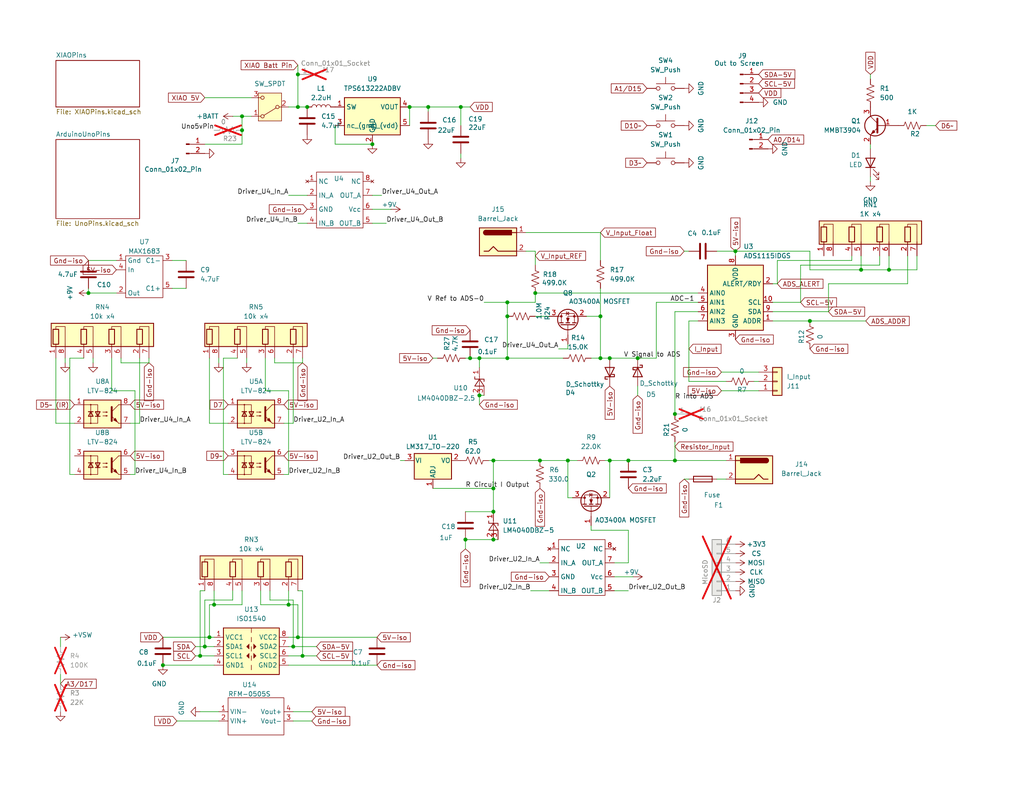
<source format=kicad_sch>
(kicad_sch (version 20250114) (generator "eeschema") (generator_version "9.0")
  (paper "USLetter")
  (title_block (title "Arduino Uno DMM Shield") (date "2025-02-22") (rev "1A") (company "Nick Mann"))
  (junction (at 163.83 97.79))
  (junction (at 116.84 29.21))
  (junction (at 125.73 29.21))
  (junction (at 127 147.32))
  (junction (at 130.81 107.95))
  (junction (at 173.99 97.79))
  (junction (at -105.41 110.49))
  (junction (at 147.32 125.73))
  (junction (at 134.62 139.7))
  (junction (at 130.81 97.79))
  (junction (at 58.42 165.1))
  (junction (at -62.23 97.79))
  (junction (at 101.6 39.37))
  (junction (at 134.62 147.32))
  (junction (at 134.62 133.35))
  (junction (at 78.74 165.1))
  (junction (at 220.98 87.63))
  (junction (at 184.15 125.73))
  (junction (at 242.57 73.66))
  (junction (at 81.28 173.99))
  (junction (at 234.95 73.66))
  (junction (at 128.27 97.79))
  (junction (at 57.15 173.99))
  (junction (at 154.94 125.73))
  (junction (at 81.28 20.32))
  (junction (at -105.41 100.33))
  (junction (at -48.26 97.79))
  (junction (at 138.43 86.36))
  (junction (at 134.62 125.73))
  (junction (at 111.76 29.21))
  (junction (at 55.88 176.53))
  (junction (at 200.66 68.58))
  (junction (at 66.04 31.75))
  (junction (at 44.45 181.61))
  (junction (at 138.43 82.55))
  (junction (at 163.83 86.36))
  (junction (at -104.14 92.71))
  (junction (at 166.37 125.73))
  (junction (at 54.61 179.07))
  (junction (at 171.45 125.73))
  (junction (at -114.3 110.49))
  (junction (at 81.28 29.21))
  (junction (at 184.15 113.03))
  (junction (at 66.04 35.56))
  (junction (at 166.37 97.79))
  (junction (at 24.13 80.01))
  (junction (at 83.82 29.21))
  (junction (at -62.23 107.95))
  (junction (at 82.55 179.07))
  (junction (at 80.01 176.53))
  (junction (at 138.43 97.79))
  (junction (at 146.05 80.01))
  (junction (at -114.3 100.33))
  (wire (pts (xy 210.82 85.09) (xy 226.06 85.09)))
  (wire (pts (xy 54.61 179.07) (xy 58.42 179.07)))
  (wire (pts (xy 53.34 176.53) (xy 55.88 176.53)))
  (wire (pts (xy 116.84 29.21) (xy 116.84 30.48)))
  (wire (pts (xy 81.28 161.29) (xy 82.55 161.29)))
  (wire (pts (xy 22.86 97.79) (xy 19.05 97.79)))
  (wire (pts (xy 237.49 48.26) (xy 237.49 49.53)))
  (wire (pts (xy 237.49 20.32) (xy 237.49 21.59)))
  (wire (pts (xy 36.83 129.54) (xy 35.56 129.54)))
  (wire (pts (xy 78.74 181.61) (xy 102.87 181.61)))
  (wire (pts (xy 44.45 181.61) (xy 58.42 181.61)))
  (wire (pts (xy 163.83 63.5) (xy 143.51 63.5)))
  (wire (pts (xy 82.55 97.79) (xy 82.55 99.06)))
  (wire (pts (xy 59.69 97.79) (xy 59.69 99.06)))
  (wire (pts (xy 220.98 68.58) (xy 220.98 73.66)))
  (wire (pts (xy 16.51 173.99) (xy 16.51 176.53)))
  (wire (pts (xy 105.41 60.96) (xy 101.6 60.96)))
  (wire (pts (xy 146.05 68.58) (xy 143.51 68.58)))
  (wire (pts (xy 60.96 129.54) (xy 62.23 129.54)))
  (wire (pts (xy 237.49 40.64) (xy 237.49 39.37)))
  (wire (pts (xy 63.5 163.83) (xy 63.5 161.29)))
  (wire (pts (xy 57.15 115.57) (xy 57.15 97.79)))
  (wire (pts (xy 80.01 163.83) (xy 73.66 163.83)))
  (wire (pts (xy 73.66 161.29) (xy 73.66 163.83)))
  (wire (pts (xy 55.88 39.37) (xy 66.04 39.37)))
  (wire (pts (xy 226.06 77.47) (xy 247.65 77.47)))
  (wire (pts (xy 38.1 115.57) (xy 38.1 97.79)))
  (wire (pts (xy 171.45 125.73) (xy 184.15 125.73)))
  (wire (pts (xy -123.19 110.49) (xy -114.3 110.49)))
  (wire (pts (xy 138.43 86.36) (xy 138.43 97.79)))
  (wire (pts (xy 78.74 106.68) (xy 78.74 129.54)))
  (wire (pts (xy 66.04 165.1) (xy 58.42 165.1)))
  (wire (pts (xy 67.31 97.79) (xy 67.31 99.06)))
  (wire (pts (xy 127 97.79) (xy 128.27 97.79)))
  (wire (pts (xy 25.4 97.79) (xy 25.4 99.06)))
  (wire (pts (xy 130.81 107.95) (xy 132.08 107.95)))
  (wire (pts (xy 161.29 144.78) (xy 161.29 143.51)))
  (wire (pts (xy 198.12 104.14) (xy 187.96 104.14)))
  (wire (pts (xy 78.74 165.1) (xy 71.12 165.1)))
  (wire (pts (xy 24.13 71.12) (xy 31.75 71.12)))
  (wire (pts (xy 212.09 77.47) (xy 210.82 77.47)))
  (wire (pts (xy 118.11 133.35) (xy 134.62 133.35)))
  (wire (pts (xy 163.83 97.79) (xy 166.37 97.79)))
  (wire (pts (xy 240.03 69.85) (xy 240.03 72.39)))
  (wire (pts (xy 130.81 110.49) (xy 130.81 107.95)))
  (wire (pts (xy 161.29 97.79) (xy 163.83 97.79)))
  (wire (pts (xy 91.44 34.29) (xy 91.44 39.37)))
  (wire (pts (xy 80.01 176.53) (xy 80.01 163.83)))
  (wire (pts (xy 173.99 97.79) (xy 179.07 97.79)))
  (wire (pts (xy 81.28 60.96) (xy 83.82 60.96)))
  (wire (pts (xy 86.36 179.07) (xy 82.55 179.07)))
  (wire (pts (xy 54.61 194.31) (xy 59.69 194.31)))
  (wire (pts (xy 80.01 115.57) (xy 80.01 97.79)))
  (wire (pts (xy 74.93 97.79) (xy 74.93 99.06)))
  (wire (pts (xy -48.26 97.79) (xy -48.26 102.87)))
  (wire (pts (xy -62.23 97.79) (xy -48.26 97.79)))
  (wire (pts (xy 198.12 130.81) (xy 195.58 130.81)))
  (wire (pts (xy 36.83 106.68) (xy 36.83 129.54)))
  (wire (pts (xy 53.34 179.07) (xy 54.61 179.07)))
  (wire (pts (xy 66.04 35.56) (xy 66.04 31.75)))
  (wire (pts (xy 19.05 129.54) (xy 20.32 129.54)))
  (wire (pts (xy 55.88 176.53) (xy 55.88 163.83)))
  (wire (pts (xy 247.65 69.85) (xy 247.65 77.47)))
  (wire (pts (xy -104.14 97.79) (xy -105.41 97.79)))
  (wire (pts (xy 242.57 73.66) (xy 242.57 69.85)))
  (wire (pts (xy 187.96 87.63) (xy 187.96 104.14)))
  (wire (pts (xy 63.5 31.75) (xy 66.04 31.75)))
  (wire (pts (xy 77.47 115.57) (xy 80.01 115.57)))
  (wire (pts (xy 184.15 85.09) (xy 190.5 85.09)))
  (wire (pts (xy 82.55 179.07) (xy 78.74 179.07)))
  (wire (pts (xy 81.28 29.21) (xy 83.82 29.21)))
  (wire (pts (xy 111.76 29.21) (xy 111.76 34.29)))
  (wire (pts (xy 163.83 86.36) (xy 163.83 97.79)))
  (wire (pts (xy 134.62 133.35) (xy 134.62 139.7)))
  (wire (pts (xy 132.08 82.55) (xy 138.43 82.55)))
  (wire (pts (xy 80.01 194.31) (xy 85.09 194.31)))
  (wire (pts (xy 78.74 129.54) (xy 77.47 129.54)))
  (wire (pts (xy -68.58 107.95) (xy -62.23 107.95)))
  (wire (pts (xy 91.44 39.37) (xy 101.6 39.37)))
  (wire (pts (xy 200.66 68.58) (xy 200.66 69.85)))
  (wire (pts (xy 20.32 115.57) (xy 15.24 115.57)))
  (wire (pts (xy 138.43 97.79) (xy 153.67 97.79)))
  (wire (pts (xy 130.81 100.33) (xy 130.81 97.79)))
  (wire (pts (xy -105.41 97.79) (xy -105.41 100.33)))
  (wire (pts (xy 24.13 78.74) (xy 24.13 80.01)))
  (wire (pts (xy 81.28 20.32) (xy 81.28 29.21)))
  (wire (pts (xy 138.43 82.55) (xy 138.43 86.36)))
  (wire (pts (xy 81.28 173.99) (xy 81.28 165.1)))
  (wire (pts (xy 184.15 120.65) (xy 184.15 125.73)))
  (wire (pts (xy 144.78 161.29) (xy 149.86 161.29)))
  (wire (pts (xy 173.99 105.41) (xy 173.99 107.95)))
  (wire (pts (xy 109.22 125.73) (xy 110.49 125.73)))
  (wire (pts (xy -104.14 80.01) (xy -104.14 92.71)))
  (wire (pts (xy 146.05 80.01) (xy 190.5 80.01)))
  (wire (pts (xy 250.19 69.85) (xy 250.19 73.66)))
  (wire (pts (xy 184.15 85.09) (xy 184.15 113.03)))
  (wire (pts (xy 200.66 68.58) (xy 195.58 68.58)))
  (wire (pts (xy -110.49 92.71) (xy -104.14 92.71)))
  (wire (pts (xy 78.74 173.99) (xy 81.28 173.99)))
  (wire (pts (xy 147.32 153.67) (xy 149.86 153.67)))
  (wire (pts (xy 101.6 53.34) (xy 104.14 53.34)))
  (wire (pts (xy 116.84 29.21) (xy 125.73 29.21)))
  (wire (pts (xy 35.56 115.57) (xy 38.1 115.57)))
  (wire (pts (xy 186.69 130.81) (xy 187.96 130.81)))
  (wire (pts (xy 242.57 73.66) (xy 250.19 73.66)))
  (wire (pts (xy 125.73 29.21) (xy 128.27 29.21)))
  (wire (pts (xy 166.37 125.73) (xy 171.45 125.73)))
  (wire (pts (xy -114.3 110.49) (xy -114.3 109.22)))
  (wire (pts (xy 154.94 125.73) (xy 154.94 135.89)))
  (wire (pts (xy 19.05 97.79) (xy 19.05 129.54)))
  (wire (pts (xy 81.28 173.99) (xy 102.87 173.99)))
  (wire (pts (xy 154.94 95.25) (xy 154.94 93.98)))
  (wire (pts (xy 125.73 41.91) (xy 125.73 43.18)))
  (wire (pts (xy -91.44 80.01) (xy -104.14 80.01)))
  (wire (pts (xy 146.05 86.36) (xy 149.86 86.36)))
  (wire (pts (xy 125.73 29.21) (xy 125.73 34.29)))
  (wire (pts (xy 46.99 71.12) (xy 50.8 71.12)))
  (wire (pts (xy 252.73 34.29) (xy 255.27 34.29)))
  (wire (pts (xy 24.13 80.01) (xy 31.75 80.01)))
  (wire (pts (xy 46.99 78.74) (xy 50.8 78.74)))
  (wire (pts (xy 127 139.7) (xy 134.62 139.7)))
  (wire (pts (xy 207.01 104.14) (xy 205.74 104.14)))
  (wire (pts (xy 62.23 115.57) (xy 57.15 115.57)))
  (wire (pts (xy 78.74 161.29) (xy 78.74 165.1)))
  (wire (pts (xy 33.02 99.06) (xy 40.64 99.06)))
  (wire (pts (xy 119.38 97.79) (xy 118.11 97.79)))
  (wire (pts (xy -105.41 100.33) (xy -105.41 101.6)))
  (wire (pts (xy 187.96 68.58) (xy 186.69 68.58)))
  (wire (pts (xy -123.19 100.33) (xy -123.19 101.6)))
  (wire (pts (xy 57.15 165.1) (xy 57.15 173.99)))
  (wire (pts (xy 16.51 184.15) (xy 16.51 186.69)))
  (wire (pts (xy 187.96 87.63) (xy 190.5 87.63)))
  (wire (pts (xy 81.28 17.78) (xy 81.28 20.32)))
  (wire (pts (xy 30.48 97.79) (xy 30.48 106.68)))
  (wire (pts (xy 15.24 115.57) (xy 15.24 97.79)))
  (wire (pts (xy 130.81 97.79) (xy 128.27 97.79)))
  (wire (pts (xy 154.94 125.73) (xy 147.32 125.73)))
  (wire (pts (xy 80.01 196.85) (xy 85.09 196.85)))
  (wire (pts (xy 212.09 71.12) (xy 232.41 71.12)))
  (wire (pts (xy 154.94 125.73) (xy 157.48 125.73)))
  (wire (pts (xy 207.01 106.68) (xy 196.85 106.68)))
  (wire (pts (xy 179.07 82.55) (xy 179.07 97.79)))
  (wire (pts (xy -114.3 100.33) (xy -105.41 100.33)))
  (wire (pts (xy 81.28 165.1) (xy 78.74 165.1)))
  (wire (pts (xy -68.58 92.71) (xy -68.58 80.01)))
  (wire (pts (xy -62.23 107.95) (xy -59.69 107.95)))
  (wire (pts (xy 78.74 53.34) (xy 83.82 53.34)))
  (wire (pts (xy 134.62 125.73) (xy 147.32 125.73)))
  (wire (pts (xy 66.04 161.29) (xy 66.04 165.1)))
  (wire (pts (xy 54.61 179.07) (xy 54.61 161.29)))
  (wire (pts (xy 72.39 97.79) (xy 72.39 106.68)))
  (wire (pts (xy 138.43 82.55) (xy 146.05 82.55)))
  (wire (pts (xy 72.39 106.68) (xy 78.74 106.68)))
  (wire (pts (xy 218.44 72.39) (xy 240.03 72.39)))
  (wire (pts (xy 163.83 63.5) (xy 163.83 71.12)))
  (wire (pts (xy 66.04 39.37) (xy 66.04 35.56)))
  (wire (pts (xy 57.15 173.99) (xy 58.42 173.99)))
  (wire (pts (xy -68.58 97.79) (xy -62.23 97.79)))
  (wire (pts (xy -114.3 100.33) (xy -114.3 101.6)))
  (wire (pts (xy 160.02 86.36) (xy 163.83 86.36)))
  (wire (pts (xy 210.82 87.63) (xy 220.98 87.63)))
  (wire (pts (xy -68.58 80.01) (xy -83.82 80.01)))
  (wire (pts (xy 165.1 125.73) (xy 166.37 125.73)))
  (wire (pts (xy 146.05 80.01) (xy 146.05 82.55)))
  (wire (pts (xy -123.19 100.33) (xy -114.3 100.33)))
  (wire (pts (xy 220.98 73.66) (xy 234.95 73.66)))
  (wire (pts (xy 226.06 77.47) (xy 226.06 85.09)))
  (wire (pts (xy 220.98 87.63) (xy 236.22 87.63)))
  (wire (pts (xy 161.29 144.78) (xy 171.45 144.78)))
  (wire (pts (xy 17.78 97.79) (xy 17.78 99.06)))
  (wire (pts (xy 58.42 165.1) (xy 57.15 165.1)))
  (wire (pts (xy 33.02 97.79) (xy 33.02 99.06)))
  (wire (pts (xy 40.64 97.79) (xy 40.64 99.06)))
  (wire (pts (xy 55.88 26.67) (xy 68.58 26.67)))
  (wire (pts (xy 71.12 165.1) (xy 71.12 161.29)))
  (wire (pts (xy 48.26 196.85) (xy 59.69 196.85)))
  (wire (pts (xy 74.93 99.06) (xy 82.55 99.06)))
  (wire (pts (xy 207.01 101.6) (xy 196.85 101.6)))
  (wire (pts (xy 127 147.32) (xy 134.62 147.32)))
  (wire (pts (xy 54.61 161.29) (xy 55.88 161.29)))
  (wire (pts (xy -123.19 110.49) (xy -123.19 109.22)))
  (wire (pts (xy 212.09 71.12) (xy 212.09 77.47)))
  (wire (pts (xy 234.95 69.85) (xy 234.95 73.66)))
  (wire (pts (xy 171.45 144.78) (xy 171.45 153.67)))
  (wire (pts (xy -62.23 107.95) (xy -62.23 105.41)))
  (wire (pts (xy 154.94 135.89) (xy 156.21 135.89)))
  (wire (pts (xy 30.48 106.68) (xy 36.83 106.68)))
  (wire (pts (xy 44.45 173.99) (xy 57.15 173.99)))
  (wire (pts (xy 166.37 97.79) (xy 173.99 97.79)))
  (wire (pts (xy 166.37 125.73) (xy 166.37 135.89)))
  (wire (pts (xy 60.96 97.79) (xy 60.96 129.54)))
  (wire (pts (xy 179.07 82.55) (xy 190.5 82.55)))
  (wire (pts (xy 146.05 68.58) (xy 146.05 72.39)))
  (wire (pts (xy 134.62 133.35) (xy 134.62 125.73)))
  (wire (pts (xy 55.88 163.83) (xy 63.5 163.83)))
  (wire (pts (xy 78.74 29.21) (xy 81.28 29.21)))
  (wire (pts (xy 171.45 161.29) (xy 167.64 161.29)))
  (wire (pts (xy 172.72 157.48) (xy 167.64 157.48)))
  (wire (pts (xy 171.45 153.67) (xy 167.64 153.67)))
  (wire (pts (xy 200.66 68.58) (xy 220.98 68.58)))
  (wire (pts (xy 64.77 97.79) (xy 60.96 97.79)))
  (wire (pts (xy 111.76 29.21) (xy 116.84 29.21)))
  (wire (pts (xy 218.44 72.39) (xy 218.44 82.55)))
  (wire (pts (xy 82.55 161.29) (xy 82.55 179.07)))
  (wire (pts (xy 232.41 71.12) (xy 232.41 69.85)))
  (wire (pts (xy 55.88 176.53) (xy 58.42 176.53)))
  (wire (pts (xy 163.83 78.74) (xy 163.83 86.36)))
  (wire (pts (xy 184.15 125.73) (xy 198.12 125.73)))
  (wire (pts (xy 58.42 161.29) (xy 58.42 165.1)))
  (wire (pts (xy 80.01 176.53) (xy 78.74 176.53)))
  (wire (pts (xy 130.81 97.79) (xy 138.43 97.79)))
  (wire (pts (xy -114.3 110.49) (xy -105.41 110.49)))
  (wire (pts (xy 106.68 57.15) (xy 101.6 57.15)))
  (wire (pts (xy 134.62 147.32) (xy 135.89 147.32)))
  (wire (pts (xy 66.04 31.75) (xy 68.58 31.75)))
  (wire (pts (xy 210.82 82.55) (xy 218.44 82.55)))
  (wire (pts (xy 127 149.86) (xy 127 147.32)))
  (wire (pts (xy 234.95 73.66) (xy 242.57 73.66)))
  (wire (pts (xy -105.41 110.49) (xy -105.41 109.22)))
  (wire (pts (xy 86.36 176.53) (xy 80.01 176.53)))
  (wire (pts (xy 152.4 95.25) (xy 154.94 95.25)))
  (wire (pts (xy -105.41 116.84) (xy -105.41 110.49)))
  (wire (pts (xy 134.62 125.73) (xy 133.35 125.73)))
  (label "R Circuit I Output" (at 127 133.35 0))
  (label "Driver_U4_In_B" (at 36.83 129.54 0))
  (label "Driver_U2_In_A" (at 80.01 115.57 0))
  (label "Driver_U4_Out_A" (at 104.14 53.34 0))
  (label "Driver_U2_Out_B" (at 109.22 125.73 180))
  (label "Driver_U2_In_A" (at 147.32 153.67 180))
  (label "V Ref to ADS-0" (at 132.08 82.55 180))
  (label "Driver_U4_Out_B" (at 105.41 60.96 0))
  (label "V Signal to ADS" (at 170.18 97.79 0))
  (label "R into ADS" (at 184.15 109.22 0))
  (label "Driver_U2_Out_B" (at 171.45 161.29 0))
  (label "Driver_U4_In_A" (at 78.74 53.34 180))
  (label "Driver_U2_In_B" (at 144.78 161.29 180))
  (label "Driver_U4_In_A" (at 38.1 115.57 0))
  (label "ADC-1" (at 182.88 82.55 0))
  (label "Uno5vPin" (at 58.42 35.56 180))
  (label "Driver_U4_In_B" (at 81.28 60.96 180))
  (label "Driver_U2_In_B" (at 78.74 129.54 0))
  (label "Driver_U4_Out_A" (at 152.4 95.25 180))
  (global_label "5V-iso" (shape input) (at 166.37 105.41 270) (property "Intersheetrefs" "${INTERSHEET_REFS}" (effects (hide yes))))
  (global_label "I_Input" (shape input) (at 187.96 95.25 0) (property "Intersheetrefs" "${INTERSHEET_REFS}" (effects (hide yes))))
  (global_label "Gnd-iso" (shape input) (at 186.69 68.58 180) (property "Intersheetrefs" "${INTERSHEET_REFS}" (effects (hide yes))))
  (global_label "VDD" (shape input) (at 207.01 25.4 0) (property "Intersheetrefs" "${INTERSHEET_REFS}" (effects (hide yes))))
  (global_label "Gnd-iso" (shape input) (at 149.86 157.48 180) (property "Intersheetrefs" "${INTERSHEET_REFS}" (effects (hide yes))))
  (global_label "XIAO 5V" (shape input) (at 55.88 26.67 180) (property "Intersheetrefs" "${INTERSHEET_REFS}" (effects (hide yes))))
  (global_label "ADS_ALERT" (shape input) (at 212.09 77.47 0) (property "Intersheetrefs" "${INTERSHEET_REFS}" (effects (hide yes))))
  (global_label "Gnd-iso" (shape input) (at 171.45 133.35 0) (property "Intersheetrefs" "${INTERSHEET_REFS}" (effects (hide yes))))
  (global_label "Gnd-iso" (shape input) (at 220.98 95.25 0) (property "Intersheetrefs" "${INTERSHEET_REFS}" (effects (hide yes))))
  (global_label "5V-iso" (shape input) (at 77.47 110.49 0) (property "Intersheetrefs" "${INTERSHEET_REFS}" (effects (hide yes))))
  (global_label "Gnd-iso" (shape input) (at 40.64 99.06 270) (property "Intersheetrefs" "${INTERSHEET_REFS}" (effects (hide yes))))
  (global_label "Gnd-iso" (shape input) (at 102.87 181.61 0) (property "Intersheetrefs" "${INTERSHEET_REFS}" (effects (hide yes))))
  (global_label "VDD" (shape input) (at 128.27 29.21 0) (property "Intersheetrefs" "${INTERSHEET_REFS}" (effects (hide yes))))
  (global_label "Gnd-iso" (shape input) (at 83.82 57.15 180) (property "Intersheetrefs" "${INTERSHEET_REFS}" (effects (hide yes))))
  (global_label "D6~" (shape input) (at 255.27 34.29 0) (property "Intersheetrefs" "${INTERSHEET_REFS}" (effects (hide yes))))
  (global_label "SCL" (shape input) (at 53.34 179.07 180) (property "Intersheetrefs" "${INTERSHEET_REFS}" (effects (hide yes))))
  (global_label "Gnd-iso" (shape input) (at 82.55 99.06 270) (property "Intersheetrefs" "${INTERSHEET_REFS}" (effects (hide yes))))
  (global_label "D10~" (shape input) (at 176.53 34.29 180) (property "Intersheetrefs" "${INTERSHEET_REFS}" (effects (hide yes))))
  (global_label "5V-iso" (shape input) (at 200.66 68.58 90) (property "Intersheetrefs" "${INTERSHEET_REFS}" (effects (hide yes))))
  (global_label "A1{slash}D15" (shape input) (at 176.53 24.13 180) (property "Intersheetrefs" "${INTERSHEET_REFS}" (effects (hide yes))))
  (global_label "Resistor_Input" (shape input) (at 184.15 121.92 0) (property "Intersheetrefs" "${INTERSHEET_REFS}" (effects (hide yes))))
  (global_label "V_Input_Float" (shape input) (at 163.83 63.5 0) (property "Intersheetrefs" "${INTERSHEET_REFS}" (effects (hide yes))))
  (global_label "Gnd-iso" (shape input) (at 24.13 71.12 180) (property "Intersheetrefs" "${INTERSHEET_REFS}" (effects (hide yes))))
  (global_label "D7" (shape input) (at 62.23 110.49 180) (property "Intersheetrefs" "${INTERSHEET_REFS}" (effects (hide yes))))
  (global_label "VDD" (shape input) (at -110.49 92.71 180) (property "Intersheetrefs" "${INTERSHEET_REFS}" (effects (hide yes))))
  (global_label "5V-iso" (shape input) (at 102.87 173.99 0) (property "Intersheetrefs" "${INTERSHEET_REFS}" (effects (hide yes))))
  (global_label "A3{slash}D17" (shape input) (at 16.51 186.69 0) (property "Intersheetrefs" "${INTERSHEET_REFS}" (effects (hide yes))))
  (global_label "D3~" (shape input) (at 176.53 44.45 180) (property "Intersheetrefs" "${INTERSHEET_REFS}" (effects (hide yes))))
  (global_label "Gnd-iso" (shape input) (at 85.09 196.85 0) (property "Intersheetrefs" "${INTERSHEET_REFS}" (effects (hide yes))))
  (global_label "VDD" (shape input) (at 237.49 20.32 90) (property "Intersheetrefs" "${INTERSHEET_REFS}" (effects (hide yes))))
  (global_label "Gnd-iso" (shape input) (at 173.99 107.95 270) (property "Intersheetrefs" "${INTERSHEET_REFS}" (effects (hide yes))))
  (global_label "Gnd-iso" (shape input) (at 130.81 110.49 0) (property "Intersheetrefs" "${INTERSHEET_REFS}" (effects (hide yes))))
  (global_label "SDA-5V" (shape input) (at 86.36 176.53 0) (property "Intersheetrefs" "${INTERSHEET_REFS}" (effects (hide yes))))
  (global_label "SDA-5V" (shape input) (at 207.01 20.32 0) (property "Intersheetrefs" "${INTERSHEET_REFS}" (effects (hide yes))))
  (global_label "5V-iso" (shape input) (at 196.85 106.68 180) (property "Intersheetrefs" "${INTERSHEET_REFS}" (effects (hide yes))))
  (global_label "5V-iso" (shape input) (at 35.56 124.46 0) (property "Intersheetrefs" "${INTERSHEET_REFS}" (effects (hide yes))))
  (global_label "V_Input_REF" (shape input) (at 146.05 69.85 0) (property "Intersheetrefs" "${INTERSHEET_REFS}" (effects (hide yes))))
  (global_label "VDD" (shape input) (at 44.45 173.99 180) (property "Intersheetrefs" "${INTERSHEET_REFS}" (effects (hide yes))))
  (global_label "ADS_ADDR" (shape input) (at 236.22 87.63 0) (property "Intersheetrefs" "${INTERSHEET_REFS}" (effects (hide yes))))
  (global_label "VDD" (shape input) (at 48.26 196.85 180) (property "Intersheetrefs" "${INTERSHEET_REFS}" (effects (hide yes))))
  (global_label "5V-iso" (shape input) (at 118.11 97.79 180) (property "Intersheetrefs" "${INTERSHEET_REFS}" (effects (hide yes))))
  (global_label "Gnd-iso" (shape input) (at 128.27 90.17 180) (property "Intersheetrefs" "${INTERSHEET_REFS}" (effects (hide yes))))
  (global_label "A0{slash}D14" (shape input) (at 209.55 38.1 0) (property "Intersheetrefs" "${INTERSHEET_REFS}" (effects (hide yes))))
  (global_label "SCL-5V" (shape input) (at 86.36 179.07 0) (property "Intersheetrefs" "${INTERSHEET_REFS}" (effects (hide yes))))
  (global_label "Gnd-iso" (shape input) (at 200.66 92.71 0) (property "Intersheetrefs" "${INTERSHEET_REFS}" (effects (hide yes))))
  (global_label "Gnd-iso" (shape input) (at 147.32 133.35 270) (property "Intersheetrefs" "${INTERSHEET_REFS}" (effects (hide yes))))
  (global_label "5V-iso" (shape input) (at 35.56 110.49 0) (property "Intersheetrefs" "${INTERSHEET_REFS}" (effects (hide yes))))
  (global_label "XIAO Batt Pin" (shape input) (at 81.28 17.78 180) (property "Intersheetrefs" "${INTERSHEET_REFS}" (effects (hide yes))))
  (global_label "Gnd-iso" (shape input) (at 196.85 101.6 180) (property "Intersheetrefs" "${INTERSHEET_REFS}" (effects (hide yes))))
  (global_label "5V-iso" (shape input) (at 31.75 73.66 180) (property "Intersheetrefs" "${INTERSHEET_REFS}" (effects (hide yes))))
  (global_label "SCL-5V" (shape input) (at 207.01 22.86 0) (property "Intersheetrefs" "${INTERSHEET_REFS}" (effects (hide yes))))
  (global_label "SCL-5V" (shape input) (at 218.44 82.55 0) (property "Intersheetrefs" "${INTERSHEET_REFS}" (effects (hide yes))))
  (global_label "SDA" (shape input) (at 53.34 176.53 180) (property "Intersheetrefs" "${INTERSHEET_REFS}" (effects (hide yes))))
  (global_label "D9~" (shape input) (at 62.23 124.46 180) (property "Intersheetrefs" "${INTERSHEET_REFS}" (effects (hide yes))))
  (global_label "Gnd-iso" (shape input) (at 186.69 130.81 270) (property "Intersheetrefs" "${INTERSHEET_REFS}" (effects (hide yes))))
  (global_label "5V-iso" (shape input) (at 85.09 194.31 0) (property "Intersheetrefs" "${INTERSHEET_REFS}" (effects (hide yes))))
  (global_label "SDA-5V" (shape input) (at 226.06 85.09 0) (property "Intersheetrefs" "${INTERSHEET_REFS}" (effects (hide yes))))
  (global_label "Gnd-iso" (shape input) (at 127 149.86 270) (property "Intersheetrefs" "${INTERSHEET_REFS}" (effects (hide yes))))
  (global_label "5V-iso" (shape input) (at 77.47 124.46 0) (property "Intersheetrefs" "${INTERSHEET_REFS}" (effects (hide yes))))
  (global_label "D5~ (IR)" (shape input) (at 20.32 110.49 180) (property "Intersheetrefs" "${INTERSHEET_REFS}" (effects (hide yes))))
  (symbol (lib_name "+BATT_1") (lib_id "power:+BATT") (at 63.5 31.75 90) (unit 1)
    (property "Reference" "#PWR063" (effects (hide yes)))
    (property "Value" "+BATT" (at 59.69 31.7501 90) (effects (justify left)))
    (property "Description" "Power symbol creates a global label with name \"+BATT\"" (effects (hide yes)))
  )
  (symbol (lib_id "Device:C") (at 24.13 74.93 0) (unit 1)
    (property "Reference" "C10" (at 26.416 77.724 0) (effects (justify left)))
    (property "Value" "4.7uF" (at 15.748 74.93 0) (effects (justify left)))
    (property "Footprint" "Capacitor_SMD:C_0805_2012Metric_Pad1.18x1.45mm_HandSolder" (effects (hide yes)))
    (property "Description" "Unpolarized capacitor" (effects (hide yes)))
    (property "Function" "Charge Pump" (effects (hide yes)))
  )
  (symbol (lib_id "CustomAdded:RFM_0505") (at 60.96 189.23 0) (unit 1)
    (property "Reference" "U14" (at 68.072 186.944 0))
    (property "Value" "RFM-0505S" (at 68.072 189.484 0))
    (property "Footprint" "Converter_DCDC:Converter_DCDC_TRACO_TEA1-xxxx_THT" (effects (hide yes)))
  )
  (symbol (lib_id "Device:C") (at -123.19 105.41 0) (unit 1)
    (property "Reference" "C6" (at -122.174 108.204 0) (effects (justify left)))
    (property "Value" "1uF" (at -127.508 108.712 0) (effects (justify left)))
    (property "Footprint" "Capacitor_SMD:C_0805_2012Metric_Pad1.18x1.45mm_HandSolder" (effects (hide yes)))
    (property "Description" "Unpolarized capacitor" (effects (hide yes)))
    (property "Function" "Charge Pump" (effects (hide yes)))
  )
  (symbol (lib_id "power:+3.3V") (at 200.66 151.13 270) (unit 1)
    (property "Reference" "#PWR076" (effects (hide yes)))
    (property "Value" "CS" (at 206.375 151.13 90))
  )
  (symbol (lib_id "power:GND") (at -48.26 110.49 0) (unit 1)
    (property "Reference" "#PWR016" (effects (hide yes)))
    (property "Value" "GND" (effects (hide yes)))
    (property "Description" "Power symbol creates a global label with name \"GND\" , ground" (effects (hide yes)))
  )
  (symbol (lib_id "Device:R_US") (at 172.72 234.95 180) (unit 1) (on_board no) (dnp yes)
    (property "Reference" "R19" (at 170.688 236.22 0) (effects (justify left)))
    (property "Value" "10K" (at 170.942 233.934 0) (effects (justify left)))
    (property "Footprint" "Resistor_SMD:R_0805_2012Metric_Pad1.20x1.40mm_HandSolder" (effects (hide yes)))
    (property "Description" "Resistor, US symbol" (effects (hide yes)))
    (property "ValueTemp" "5K" (effects (hide yes)))
    (property "Function" "Current Limit" (effects (hide yes)))
  )
  (symbol (lib_id "power:+9V") (at 24.13 80.01 90) (unit 1)
    (property "Reference" "#PWR036" (effects (hide yes)))
    (property "Value" "+9V" (at 19.05 80.01 0))
    (property "Description" "Power symbol creates a global label with name \"+9V\"" (effects (hide yes)))
  )
  (symbol (lib_id "Isolator:LTV-824") (at 27.94 127 0) (unit 2)
    (property "Reference" "U8" (at 27.94 118.11 0))
    (property "Value" "LTV-824" (at 27.94 120.65 0))
    (property "Footprint" "Package_SO:SOP-8_6.605x9.655mm_P2.54mm" (effects (hide yes)))
    (property "Datasheet" "http://optoelectronics.liteon.com/upload/download/DS-70-96-0013/S_110_LTV-814%20824%20844%20(M,%20S,%20S-TA,%20S-TA1,%20S-TP)%20Series.pdf" (effects (hide yes)))
    (property "Description" "Dual AC/DC Optocoupler, Vce 35V, CTR 20%, DIP8" (effects (hide yes)))
  )
  (symbol (lib_id "Transistor_FET:DMG2302U") (at 154.94 88.9 90) (unit 1)
    (property "Reference" "Q8" (at 154.94 80.01 90))
    (property "Value" "AO3400A MOSFET" (at 163.576 82.296 90))
    (property "Footprint" "Package_TO_SOT_SMD:SOT-23" (effects (hide yes)))
    (property "Datasheet" "http://www.diodes.com/assets/Datasheets/DMG2302U.pdf" (effects (hide yes)))
    (property "Description" "4.2A Id, 20V Vds, N-Channel MOSFET, SOT-23" (effects (hide yes)))
    (property "Function" "R Circuit Range Switch" (effects (hide yes)))
  )
  (symbol (lib_id "Transistor_FET:DMG2302U") (at 161.29 138.43 90) (unit 1)
    (property "Reference" "Q2" (at 161.29 129.54 90))
    (property "Value" "AO3400A MOSFET" (at 170.688 141.986 90))
    (property "Footprint" "Package_TO_SOT_SMD:SOT-23" (effects (hide yes)))
    (property "Datasheet" "http://www.diodes.com/assets/Datasheets/DMG2302U.pdf" (effects (hide yes)))
    (property "Description" "4.2A Id, 20V Vds, N-Channel MOSFET, SOT-23" (effects (hide yes)))
    (property "Function" "R Circuit Range Switch" (effects (hide yes)))
  )
  (symbol (lib_id "Device:C") (at -114.3 105.41 0) (unit 1)
    (property "Reference" "C5" (at -113.538 108.204 0) (effects (justify left)))
    (property "Value" "1uF" (at -118.618 108.712 0) (effects (justify left)))
    (property "Footprint" "Capacitor_SMD:C_0805_2012Metric_Pad1.18x1.45mm_HandSolder" (effects (hide yes)))
    (property "Description" "Unpolarized capacitor" (effects (hide yes)))
    (property "Function" "Charge Pump" (effects (hide yes)))
  )
  (symbol (lib_id "power:GND") (at 59.69 99.06 0) (unit 1)
    (property "Reference" "#PWR013" (effects (hide yes)))
    (property "Value" "GND" (effects (hide yes)))
    (property "Description" "Power symbol creates a global label with name \"GND\" , ground" (effects (hide yes)))
  )
  (symbol (lib_id "power:+9V") (at -48.26 97.79 270) (unit 1)
    (property "Reference" "#PWR015" (effects (hide yes)))
    (property "Value" "+9V" (at -44.45 97.7899 90) (effects (justify left)))
    (property "Description" "Power symbol creates a global label with name \"+9V\"" (effects (hide yes)))
  )
  (symbol (lib_id "Analog_ADC:ADS1115IDGS") (at 200.66 82.55 0) (unit 1)
    (property "Reference" "U3" (at 202.8541 67.31 0) (effects (justify left)))
    (property "Value" "ADS1115IDGS" (at 202.8541 69.85 0) (effects (justify left)))
    (property "Footprint" "Package_SO:TSSOP-10_3x3mm_P0.5mm" (effects (hide yes)))
    (property "Datasheet" "http://www.ti.com/lit/ds/symlink/ads1113.pdf" (effects (hide yes)))
    (property "Description" "Ultra-Small, Low-Power, I2C-Compatible, 860-SPS, 16-Bit ADCs With Internal Reference, Oscillator, and Programmable Comparator, VSSOP-10" (effects (hide yes)))
    (property "ValueTemp" "ADS1115IDGS" (effects (hide yes)))
  )
  (symbol (lib_id "Device:C") (at 83.82 33.02 0) (unit 1)
    (property "Reference" "C15" (at 87.63 31.7499 0) (effects (justify left)))
    (property "Value" "4.7uF" (at 87.63 34.2899 0) (effects (justify left)))
    (property "Footprint" "Capacitor_SMD:C_0805_2012Metric_Pad1.18x1.45mm_HandSolder" (effects (hide yes)))
    (property "Description" "Unpolarized capacitor" (effects (hide yes)))
    (property "Function" "Boost Circuit Input" (effects (hide yes)))
  )
  (symbol (lib_id "Device:Fuse") (at 191.77 130.81 270) (mirror x) (unit 1)
    (property "Reference" "F1" (at 196.088 137.922 90))
    (property "Value" "Fuse" (at 194.31 135.128 90))
    (property "Footprint" "Fuse:Fuse_1206_3216Metric_Pad1.42x1.75mm_HandSolder" (effects (hide yes)))
    (property "Description" "Fuse" (effects (hide yes)))
    (property "Function" "Dead Short Protection" (effects (hide yes)))
  )
  (symbol (lib_id "Reference_Voltage:LM4040DBZ-5") (at 134.62 143.51 90) (unit 1)
    (property "Reference" "U11" (at 137.16 142.2399 90) (effects (justify right)))
    (property "Value" "LM4040DBZ-5" (at 137.16 144.7799 90) (effects (justify right)))
    (property "Footprint" "Package_TO_SOT_SMD:SOT-23" (effects (hide yes)))
    (property "Datasheet" "http://www.ti.com/lit/ds/symlink/lm4040-n.pdf" (effects (hide yes)))
    (property "Description" "5.000V Precision Micropower Shunt Voltage Reference, SOT-23" (effects (hide yes)))
    (property "Function" "R Circuit Reference" (effects (hide yes)))
  )
  (symbol (lib_id "Connector:Conn_01x02_Pin") (at 50.8 39.37 0) (unit 1)
    (property "Reference" "J7" (at 47.752 43.942 0))
    (property "Value" "Conn_01x02_Pin" (at 47.244 46.228 0))
    (property "Footprint" "Connector_PinSocket_2.54mm:PinSocket_1x02_P2.54mm_Vertical" (effects (hide yes)))
    (property "Description" "Generic connector, single row, 01x02, script generated" (effects (hide yes)))
  )
  (symbol (lib_id "power:GND") (at 101.6 39.37 0) (unit 1)
    (property "Reference" "#PWR029" (effects (hide yes)))
    (property "Value" "GND" (effects (hide yes)))
    (property "Description" "Power symbol creates a global label with name \"GND\" , ground" (effects (hide yes)))
  )
  (symbol (lib_id "Device:R_US") (at 163.83 74.93 0) (unit 1)
    (property "Reference" "R17" (at 166.37 73.6599 0) (effects (justify left)))
    (property "Value" "499.0K" (at 166.37 76.1999 0) (effects (justify left)))
    (property "Footprint" "Resistor_SMD:R_0805_2012Metric_Pad1.20x1.40mm_HandSolder" (effects (hide yes)))
    (property "Description" "Resistor, US symbol" (effects (hide yes)))
    (property "ValueTemp" "75K" (effects (hide yes)))
    (property "Function" "V Signal Divider" (effects (hide yes)))
  )
  (symbol (lib_id "power:GND") (at 125.73 43.18 0) (unit 1)
    (property "Reference" "#PWR082" (effects (hide yes)))
    (property "Value" "GND" (effects (hide yes)))
    (property "Description" "Power symbol creates a global label with name \"GND\" , ground" (effects (hide yes)))
  )
  (symbol (lib_id "Device:R_US") (at 123.19 97.79 90) (unit 1)
    (property "Reference" "R27" (at 121.92 95.758 0) (effects (justify left)))
    (property "Value" "4.7K" (at 124.206 96.012 0) (effects (justify left)))
    (property "Footprint" "Resistor_SMD:R_0805_2012Metric_Pad1.20x1.40mm_HandSolder" (effects (hide yes)))
    (property "Description" "Resistor, US symbol" (effects (hide yes)))
    (property "ValueTemp" "5K" (effects (hide yes)))
    (property "Function" "Current Limit" (effects (hide yes)))
  )
  (symbol (lib_id "Device:C") (at -105.41 105.41 0) (unit 1)
    (property "Reference" "C1" (at -103.886 108.458 0) (effects (justify left)))
    (property "Value" "1uF" (at -109.728 108.712 0) (effects (justify left)))
    (property "Footprint" "Capacitor_SMD:C_0805_2012Metric_Pad1.18x1.45mm_HandSolder" (effects (hide yes)))
    (property "Description" "Unpolarized capacitor" (effects (hide yes)))
    (property "Function" "Charge Pump" (effects (hide yes)))
  )
  (symbol (lib_id "Connector:Conn_01x04_Pin") (at 201.93 22.86 0) (unit 1)
    (property "Reference" "J9" (at 202.565 15.24 0))
    (property "Value" "Out to Screen" (at 201.676 17.272 0))
    (property "Footprint" "Connector_PinSocket_2.54mm:PinSocket_1x04_P2.54mm_Vertical" (effects (hide yes)))
    (property "Description" "Generic connector, single row, 01x04, script generated" (effects (hide yes)))
    (property "ValueTemp" "Out to Screen" (effects (hide yes)))
  )
  (symbol (lib_id "Device:D_Schottky") (at 173.99 101.6 270) (unit 1)
    (property "Reference" "D5" (at 176.276 107.696 90) (effects (justify left)))
    (property "Value" "D_Schottky" (at 174.498 104.648 90) (effects (justify left)))
    (property "Footprint" "Diode_SMD:D_SOD-123" (effects (hide yes)))
    (property "Description" "Schottky diode" (effects (hide yes)))
    (property "Function" "Overvoltage Proection" (effects (hide yes)))
  )
  (symbol (lib_id "Switch:SW_Push") (at 181.61 44.45 0) (unit 1)
    (property "Reference" "SW1" (at 181.61 36.83 0))
    (property "Value" "SW_Push" (at 181.61 39.37 0))
    (property "Footprint" "Button_Switch_SMD:SW_SPST_CK_RS282G05A3" (effects (hide yes)))
    (property "Description" "Push button switch, generic, two pins" (effects (hide yes)))
    (property "ValueTemp" "SW_Push" (effects (hide yes)))
  )
  (symbol (lib_id "power:GND") (at 54.61 194.31 270) (unit 1)
    (property "Reference" "#PWR025" (effects (hide yes)))
    (property "Value" "GND" (at 49.53 193.294 0))
    (property "Description" "Power symbol creates a global label with name \"GND\" , ground" (effects (hide yes)))
  )
  (symbol (lib_id "Isolator:LTV-824") (at 69.85 113.03 0) (unit 1)
    (property "Reference" "U5" (at 69.85 104.14 0))
    (property "Value" "LTV-824" (at 69.85 106.68 0))
    (property "Footprint" "Package_SO:SOP-8_6.605x9.655mm_P2.54mm" (effects (hide yes)))
    (property "Datasheet" "http://optoelectronics.liteon.com/upload/download/DS-70-96-0013/S_110_LTV-814%20824%20844%20(M,%20S,%20S-TA,%20S-TA1,%20S-TP)%20Series.pdf" (effects (hide yes)))
    (property "Description" "Dual AC/DC Optocoupler, Vce 35V, CTR 20%, DIP8" (effects (hide yes)))
  )
  (symbol (lib_id "power:GND") (at 209.55 40.64 90) (unit 1)
    (property "Reference" "#PWR044" (effects (hide yes)))
    (property "Value" "GND" (at 214.122 40.64 0))
    (property "Description" "Power symbol creates a global label with name \"GND\" , ground" (effects (hide yes)))
  )
  (symbol (lib_id "Connector_Generic:Conn_01x06") (at 195.58 156.21 180) (unit 1) (dnp yes)
    (property "Reference" "J2" (at 195.58 163.83 0))
    (property "Value" "MicoSD" (at 192.405 156.21 90))
    (property "Footprint" "Connector_PinSocket_2.54mm:PinSocket_1x06_P2.54mm_Vertical" (effects (hide yes)))
  )
  (symbol (lib_id "power:GND") (at 186.69 44.45 90) (unit 1)
    (property "Reference" "#PWR024" (effects (hide yes)))
    (property "Value" "GND" (at 191.262 44.45 0))
    (property "Description" "Power symbol creates a global label with name \"GND\" , ground" (effects (hide yes)))
  )
  (symbol (lib_id "Device:R_Pack04_SIP") (at 237.49 64.77 0) (unit 1)
    (property "Reference" "RN1" (at 237.49 55.88 0))
    (property "Value" "1K x4" (at 237.49 58.42 0))
    (property "Footprint" "Library:RESCAXS127P508X320X70-8N" (effects (hide yes)))
    (property "Datasheet" "http://www.vishay.com/docs/31509/csc.pdf" (effects (hide yes)))
    (property "Description" "4 resistor network, parallel topology, SIP package" (effects (hide yes)))
  )
  (symbol (lib_id "power:GND") (at 116.84 38.1 0) (unit 1)
    (property "Reference" "#PWR010" (effects (hide yes)))
    (property "Value" "GND" (effects (hide yes)))
    (property "Description" "Power symbol creates a global label with name \"GND\" , ground" (effects (hide yes)))
  )
  (symbol (lib_id "power:+3.3V") (at 200.66 153.67 270) (unit 1)
    (property "Reference" "#PWR077" (effects (hide yes)))
    (property "Value" "MOSI" (at 206.375 153.67 90))
  )
  (symbol (lib_id "MIC4801:MAX1683") (at 33.02 76.2 0) (unit 1)
    (property "Reference" "U7" (at 39.37 66.04 0))
    (property "Value" "MAX1683" (at 39.37 68.58 0))
    (property "Footprint" "Package_TO_SOT_SMD:SOT-23-5_HandSoldering" (effects (hide yes)))
    (property "Datasheet" "https://www.analog.com/media/en/technical-documentation/data-sheets/MAX1682-MAX1683.pdf" (effects (hide yes)))
    (property "Description" "IC REG CHARGE PUMP 2VIN SOT23-5" (effects (hide yes)))
    (property "Function" "Voltage Doubler" (effects (hide yes)))
  )
  (symbol (lib_id "power:+VSW") (at 16.51 173.99 270) (unit 1)
    (property "Reference" "#PWR028" (effects (hide yes)))
    (property "Value" "+VSW" (at 19.685 173.355 90) (effects (justify left)))
  )
  (symbol (lib_id "power:+3.3V") (at 200.66 158.75 270) (unit 1)
    (property "Reference" "#PWR079" (effects (hide yes)))
    (property "Value" "MISO" (at 206.375 158.75 90))
  )
  (symbol (lib_id "power:GND") (at 25.4 99.06 0) (unit 1)
    (property "Reference" "#PWR031" (effects (hide yes)))
    (property "Value" "GND" (effects (hide yes)))
    (property "Description" "Power symbol creates a global label with name \"GND\" , ground" (effects (hide yes)))
  )
  (symbol (lib_id "Device:R_US") (at 220.98 91.44 0) (unit 1)
    (property "Reference" "R12" (at 218.694 91.948 90))
    (property "Value" "0" (at 223.774 91.948 90))
    (property "Footprint" "Resistor_SMD:R_0805_2012Metric_Pad1.20x1.40mm_HandSolder" (effects (hide yes)))
    (property "Description" "Resistor, US symbol" (effects (hide yes)))
    (property "Function" "BJTCurrentLimit1" (effects (hide yes)))
  )
  (symbol (lib_id "power:GND") (at 207.01 27.94 90) (unit 1)
    (property "Reference" "#PWR041" (effects (hide yes)))
    (property "Value" "GND" (at 210.82 27.9399 90) (effects (justify right)))
    (property "Description" "Power symbol creates a global label with name \"GND\" , ground" (effects (hide yes)))
  )
  (symbol (lib_id "Connector:Barrel_Jack") (at 135.89 66.04 0) (unit 1)
    (property "Reference" "J15" (at 135.89 57.15 0))
    (property "Value" "Barrel_Jack" (at 135.89 59.69 0))
    (property "Footprint" "Connector_BarrelJack:BarrelJack_Horizontal" (effects (hide yes)))
    (property "Description" "DC Barrel Jack" (effects (hide yes)))
    (property "ValueTemp" "Barrel_Jack" (effects (hide yes)))
  )
  (symbol (lib_id "Device:R_US") (at 172.72 223.52 180) (unit 1) (on_board no) (dnp yes)
    (property "Reference" "R20" (at 170.688 224.79 0) (effects (justify left)))
    (property "Value" "10K" (at 170.942 222.504 0) (effects (justify left)))
    (property "Footprint" "Resistor_SMD:R_0805_2012Metric_Pad1.20x1.40mm_HandSolder" (effects (hide yes)))
    (property "Description" "Resistor, US symbol" (effects (hide yes)))
    (property "ValueTemp" "5K" (effects (hide yes)))
    (property "Function" "Current Limit" (effects (hide yes)))
  )
  (symbol (lib_id "Device:R_Pack04_SIP") (at 27.94 92.71 0) (unit 1)
    (property "Reference" "RN4" (at 27.94 83.82 0))
    (property "Value" "10k x4" (at 27.94 86.36 0))
    (property "Footprint" "Library:RESCAXS127P508X320X70-8N" (effects (hide yes)))
    (property "Datasheet" "http://www.vishay.com/docs/31509/csc.pdf" (effects (hide yes)))
    (property "Description" "4 resistor network, parallel topology, SIP package" (effects (hide yes)))
  )
  (symbol (lib_id "CustomLibrary:IX4426_") (at 152.4 146.05 0) (unit 1)
    (property "Reference" "U2" (at 158.496 149.098 0))
    (property "Value" "IX4426N" (effects (hide yes)))
    (property "Footprint" "Package_SO:SOIC-8_3.9x4.9mm_P1.27mm" (effects (hide yes)))
  )
  (symbol (lib_id "Device:C") (at 125.73 38.1 0) (unit 1)
    (property "Reference" "C19" (at 127.762 32.512 0) (effects (justify left)))
    (property "Value" "22uF" (at 127.762 34.7979 0) (effects (justify left)))
    (property "Footprint" "Capacitor_SMD:C_0805_2012Metric_Pad1.18x1.45mm_HandSolder" (effects (hide yes)))
    (property "Description" "Unpolarized capacitor" (effects (hide yes)))
    (property "Function" "Boost Output Smoothing" (effects (hide yes)))
  )
  (symbol (lib_id "power:GND") (at -59.69 115.57 0) (unit 1)
    (property "Reference" "#PWR014" (effects (hide yes)))
    (property "Value" "GND" (effects (hide yes)))
    (property "Description" "Power symbol creates a global label with name \"GND\" , ground" (effects (hide yes)))
  )
  (symbol (lib_id "Isolator:ISO1540") (at 68.58 176.53 0) (unit 1)
    (property "Reference" "U13" (at 68.58 166.37 0))
    (property "Value" "ISO1540" (at 68.58 168.91 0))
    (property "Footprint" "Package_SO:SOIC-8_3.9x4.9mm_P1.27mm" (effects (hide yes)))
    (property "Datasheet" "http://www.ti.com/lit/ds/symlink/iso1541.pdf" (effects (hide yes)))
    (property "Description" "I2C Isolator, 2.5 kVrms, Bidirectional clock and data, SOIC-8" (effects (hide yes)))
  )
  (symbol (lib_id "Regulator_Switching:TPS613222ADBV") (at 101.6 31.75 0) (unit 1)
    (property "Reference" "U9" (at 101.6 21.59 0))
    (property "Value" "TPS613222ADBV" (at 101.6 24.13 0))
    (property "Footprint" "Package_TO_SOT_SMD:SOT-23-5" (effects (hide yes)))
    (property "Datasheet" "http://www.ti.com/lit/ds/symlink/tps61322.pdf" (effects (hide yes)))
    (property "Description" "1.8A Step-Up Converter, 5V Output Voltage, 0.9-5.5V Input Voltage, SOT-23-5" (effects (hide yes)))
  )
  (symbol (lib_id "Device:R_US") (at 147.32 129.54 180) (unit 1)
    (property "Reference" "R6" (at 149.86 128.2699 0) (effects (justify right)))
    (property "Value" "330.0" (at 149.606 130.81 0) (effects (justify right)))
    (property "Footprint" "Resistor_SMD:R_0805_2012Metric_Pad1.20x1.40mm_HandSolder" (effects (hide yes)))
    (property "Description" "Resistor, US symbol" (effects (hide yes)))
    (property "Function" "330 R Circuit I Bleeder" (effects (hide yes)))
  )
  (symbol (lib_id "Device:L") (at 87.63 29.21 90) (unit 1)
    (property "Reference" "L1" (at 87.63 24.13 90))
    (property "Value" "2.2uH" (at 87.63 26.67 90))
    (property "Footprint" "Inductor_SMD:L_Murata_DFE201610P" (effects (hide yes)))
    (property "Description" "Inductor" (effects (hide yes)))
  )
  (symbol (lib_id "Device:R_US") (at 161.29 125.73 90) (unit 1)
    (property "Reference" "R9" (at 161.29 119.38 90))
    (property "Value" "22.0K" (at 161.29 121.92 90))
    (property "Footprint" "Resistor_SMD:R_0805_2012Metric_Pad1.20x1.40mm_HandSolder" (effects (hide yes)))
    (property "Description" "Resistor, US symbol" (effects (hide yes)))
    (property "Function" "R Circuit Divider" (effects (hide yes)))
  )
  (symbol (lib_id "Connector:Conn_01x01_Socket") (at 86.36 20.32 0) (unit 1) (dnp yes)
    (property "Reference" "J17" (at 87.63 19.0499 0) (effects (justify left)))
    (property "Value" "Conn_01x01_Socket" (at 82.042 17.272 0) (effects (justify left)))
    (property "Footprint" "Connector_PinSocket_2.54mm:PinSocket_1x01_P2.54mm_Vertical" (effects (hide yes)))
    (property "Description" "Generic connector, single row, 01x01, script generated" (effects (hide yes)))
  )
  (symbol (lib_id "power:+3.3V") (at 200.66 156.21 270) (unit 1)
    (property "Reference" "#PWR078" (effects (hide yes)))
    (property "Value" "CLK" (at 206.375 156.21 90))
  )
  (symbol (lib_id "power:GND") (at 186.69 34.29 90) (unit 1)
    (property "Reference" "#PWR023" (effects (hide yes)))
    (property "Value" "GND" (at 191.262 34.29 0))
    (property "Description" "Power symbol creates a global label with name \"GND\" , ground" (effects (hide yes)))
  )
  (symbol (lib_id "Connector:Barrel_Jack") (at 205.74 128.27 0) (mirror y) (unit 1)
    (property "Reference" "J14" (at 218.694 126.746 0))
    (property "Value" "Barrel_Jack" (at 218.694 129.286 0))
    (property "Footprint" "Connector_BarrelJack:BarrelJack_Horizontal" (effects (hide yes)))
    (property "Description" "DC Barrel Jack" (effects (hide yes)))
    (property "ValueTemp" "Barrel_Jack" (effects (hide yes)))
  )
  (symbol (lib_id "Reference_Voltage:LM4040DBZ-2.5") (at 130.81 104.14 90) (unit 1)
    (property "Reference" "U10" (at 123.698 105.918 90) (effects (justify right)))
    (property "Value" "LM4040DBZ-2.5" (at 113.792 108.712 90) (effects (justify right)))
    (property "Footprint" "Package_TO_SOT_SMD:SOT-23" (effects (hide yes)))
    (property "Datasheet" "http://www.ti.com/lit/ds/symlink/lm4040-n.pdf" (effects (hide yes)))
    (property "Description" "2.500V Precision Micropower Shunt Voltage Reference, SOT-23" (effects (hide yes)))
    (property "Function" "V Reference Control" (effects (hide yes)))
  )
  (symbol (lib_id "Device:C") (at 50.8 74.93 0) (unit 1)
    (property "Reference" "C9" (at 54.61 73.6599 0) (effects (justify left)))
    (property "Value" "4.7uF" (at 54.61 76.1999 0) (effects (justify left)))
    (property "Footprint" "Capacitor_SMD:C_0805_2012Metric_Pad1.18x1.45mm_HandSolder" (effects (hide yes)))
    (property "Description" "Unpolarized capacitor" (effects (hide yes)))
    (property "Function" "Charge Pump" (effects (hide yes)))
  )
  (symbol (lib_id "Device:R_US") (at 157.48 97.79 90) (unit 1)
    (property "Reference" "R14" (at 157.734 92.202 90))
    (property "Value" "15.0K" (at 157.734 94.742 90))
    (property "Footprint" "Resistor_SMD:R_0805_2012Metric_Pad1.20x1.40mm_HandSolder" (effects (hide yes)))
    (property "Description" "Resistor, US symbol" (effects (hide yes)))
    (property "Function" "V Bridge" (effects (hide yes)))
  )
  (symbol (lib_id "Transistor_BJT:MMBT3904") (at 240.03 34.29 0) (mirror y) (unit 1)
    (property "Reference" "Q1" (at 234.95 33.0199 0) (effects (justify left)))
    (property "Value" "MMBT3904" (at 234.95 35.5599 0) (effects (justify left)))
    (property "Footprint" "Package_TO_SOT_SMD:SOT-23" (effects (hide yes)))
    (property "Datasheet" "https://www.onsemi.com/pdf/datasheet/pzt3904-d.pdf" (effects (hide yes)))
    (property "Description" "0.2A Ic, 40V Vce, Small Signal NPN Transistor, SOT-23" (effects (hide yes)))
    (property "ValueTemp" "MMBT3904" (effects (hide yes)))
    (property "Function" "LED Control" (effects (hide yes)))
  )
  (symbol (lib_id "Device:R_Pack04_SIP") (at 69.85 92.71 0) (unit 1)
    (property "Reference" "RN5" (at 69.85 83.82 0))
    (property "Value" "10k x4" (at 69.85 86.36 0))
    (property "Footprint" "Library:RESCAXS127P508X320X70-8N" (effects (hide yes)))
    (property "Datasheet" "http://www.vishay.com/docs/31509/csc.pdf" (effects (hide yes)))
    (property "Description" "4 resistor network, parallel topology, SIP package" (effects (hide yes)))
  )
  (symbol (lib_id "Device:R_US") (at 129.54 125.73 90) (unit 1)
    (property "Reference" "R5" (at 129.032 120.65 90))
    (property "Value" "62.0" (at 129.032 123.19 90))
    (property "Footprint" "Resistor_SMD:R_0805_2012Metric_Pad1.20x1.40mm_HandSolder" (effects (hide yes)))
    (property "Description" "Resistor, US symbol" (effects (hide yes)))
    (property "Function" "R Circuit I Set" (effects (hide yes)))
  )
  (symbol (lib_id "Connector:Conn_01x01_Socket") (at 189.23 113.03 0) (unit 1) (dnp yes)
    (property "Reference" "J16" (at 190.5 111.7599 0) (effects (justify left)))
    (property "Value" "Conn_01x01_Socket" (at 190.5 114.2999 0) (effects (justify left)))
    (property "Footprint" "Connector_PinSocket_2.54mm:PinSocket_1x01_P2.54mm_Vertical" (effects (hide yes)))
    (property "Description" "Generic connector, single row, 01x01, script generated" (effects (hide yes)))
  )
  (symbol (lib_id "power:GND") (at 44.45 181.61 0) (unit 1)
    (property "Reference" "#PWR026" (effects (hide yes)))
    (property "Value" "GND" (at 43.434 186.69 0))
    (property "Description" "Power symbol creates a global label with name \"GND\" , ground" (effects (hide yes)))
  )
  (symbol (lib_id "Device:R_US") (at 149.86 233.68 180) (unit 1) (on_board no) (dnp yes)
    (property "Reference" "R11" (at 147.828 234.95 0) (effects (justify left)))
    (property "Value" "10K" (at 148.082 232.664 0) (effects (justify left)))
    (property "Footprint" "Resistor_SMD:R_0805_2012Metric_Pad1.20x1.40mm_HandSolder" (effects (hide yes)))
    (property "Description" "Resistor, US symbol" (effects (hide yes)))
    (property "ValueTemp" "5K" (effects (hide yes)))
    (property "Function" "Current Limit" (effects (hide yes)))
  )
  (symbol (lib_id "Device:D_Schottky") (at 166.37 101.6 90) (unit 1)
    (property "Reference" "D4" (at 156.972 107.188 90) (effects (justify left)))
    (property "Value" "D_Schottky" (at 164.846 104.902 90) (effects (justify left)))
    (property "Footprint" "Diode_SMD:D_SOD-123" (effects (hide yes)))
    (property "Description" "Schottky diode" (effects (hide yes)))
    (property "Function" "Overvoltage Proection" (effects (hide yes)))
  )
  (symbol (lib_id "Device:R_US") (at 237.49 25.4 180) (unit 1)
    (property "Reference" "R1" (at 240.03 24.1299 0) (effects (justify right)))
    (property "Value" "500" (at 240.03 26.6699 0) (effects (justify right)))
    (property "Footprint" "Resistor_SMD:R_0805_2012Metric_Pad1.20x1.40mm_HandSolder" (effects (hide yes)))
    (property "Description" "Resistor, US symbol" (effects (hide yes)))
    (property "Function" "I Limit LED" (effects (hide yes)))
  )
  (symbol (lib_id "power:GND") (at 186.69 24.13 90) (unit 1)
    (property "Reference" "#PWR081" (effects (hide yes)))
    (property "Value" "GND" (at 191.262 24.13 0))
    (property "Description" "Power symbol creates a global label with name \"GND\" , ground" (effects (hide yes)))
  )
  (symbol (lib_id "Device:R_Pack04_SIP") (at 68.58 156.21 0) (unit 1)
    (property "Reference" "RN3" (at 68.58 147.32 0))
    (property "Value" "10k x4" (at 68.58 149.86 0))
    (property "Footprint" "Library:RESCAXS127P508X320X70-8N" (effects (hide yes)))
    (property "Datasheet" "http://www.vishay.com/docs/31509/csc.pdf" (effects (hide yes)))
    (property "Description" "4 resistor network, parallel topology, SIP package" (effects (hide yes)))
  )
  (symbol (lib_id "Connector_Generic:Conn_01x03") (at 212.09 104.14 0) (mirror x) (unit 1)
    (property "Reference" "J11" (at 214.63 105.4101 0) (effects (justify left)))
    (property "Value" "I_Input" (at 214.63 102.8701 0) (effects (justify left)))
    (property "Footprint" "Connector_PinSocket_2.54mm:PinSocket_1x03_P2.54mm_Vertical" (effects (hide yes)))
    (property "Description" "Generic connector, single row, 01x03, script generated (kicad-library-utils/schlib/autogen/connector/)" (effects (hide yes)))
    (property "ValueTemp" "I_Input" (effects (hide yes)))
  )
  (symbol (lib_id "power:+3.3V") (at 200.66 148.59 270) (unit 1)
    (property "Reference" "#PWR075" (effects (hide yes)))
    (property "Value" "+3V3" (at 206.375 148.59 90))
  )
  (symbol (lib_id "power:+9V") (at 106.68 57.15 270) (unit 1)
    (property "Reference" "#PWR012" (effects (hide yes)))
    (property "Value" "+9V" (at 104.14 55.88 90) (effects (justify left)))
    (property "Description" "Power symbol creates a global label with name \"+9V\"" (effects (hide yes)))
  )
  (symbol (lib_id "Device:C") (at -48.26 106.68 0) (unit 1)
    (property "Reference" "C2" (at -45.974 109.474 0) (effects (justify left)))
    (property "Value" "4.7uF" (at -56.642 106.68 0) (effects (justify left)))
    (property "Footprint" "Capacitor_SMD:C_0805_2012Metric_Pad1.18x1.45mm_HandSolder" (effects (hide yes)))
    (property "Description" "Unpolarized capacitor" (effects (hide yes)))
    (property "Function" "Charge Pump" (effects (hide yes)))
  )
  (symbol (lib_id "Device:R_US") (at 16.51 190.5 180) (unit 1) (dnp yes)
    (property "Reference" "R3" (at 19.05 189.2299 0) (effects (justify right)))
    (property "Value" "22K" (at 19.05 191.7699 0) (effects (justify right)))
    (property "Footprint" "Resistor_SMD:R_0805_2012Metric_Pad1.20x1.40mm_HandSolder" (effects (hide yes)))
    (property "Description" "Resistor, US symbol" (effects (hide yes)))
    (property "Function" "Uno VIN2" (effects (hide yes)))
  )
  (symbol (lib_id "Device:C") (at 191.77 68.58 90) (unit 1)
    (property "Reference" "C4" (at 190.246 63.754 90) (effects (justify left)))
    (property "Value" "0.1uF" (at 196.85 63.5 90) (effects (justify left)))
    (property "Footprint" "Capacitor_SMD:C_0805_2012Metric_Pad1.18x1.45mm_HandSolder" (effects (hide yes)))
    (property "Description" "Unpolarized capacitor" (effects (hide yes)))
    (property "Function" "ADS Vdd Input Filter" (effects (hide yes)))
  )
  (symbol (lib_id "Device:R_US") (at -62.23 101.6 0) (unit 1)
    (property "Reference" "R25" (at -60.198 100.33 0) (effects (justify left)))
    (property "Value" "732k" (at -60.452 102.616 0) (effects (justify left)))
    (property "Footprint" "Resistor_SMD:R_0805_2012Metric_Pad1.20x1.40mm_HandSolder" (effects (hide yes)))
    (property "Description" "Resistor, US symbol" (effects (hide yes)))
    (property "ValueTemp" "5K" (effects (hide yes)))
    (property "Function" "Current Limit" (effects (hide yes)))
  )
  (symbol (lib_id "Device:R_US") (at 142.24 86.36 270) (unit 1)
    (property "Reference" "R24" (at 149.352 83.566 0) (effects (justify left)))
    (property "Value" "1.0M" (at 147.066 82.55 0) (effects (justify left)))
    (property "Footprint" "Resistor_SMD:R_0805_2012Metric_Pad1.20x1.40mm_HandSolder" (effects (hide yes)))
    (property "Description" "Resistor, US symbol" (effects (hide yes)))
    (property "Function" "V REF Divider" (effects (hide yes)))
  )
  (symbol (lib_id "Device:C") (at 128.27 93.98 0) (unit 1)
    (property "Reference" "C17" (at 132.08 92.7099 0) (effects (justify left)))
    (property "Value" "0.1uF" (at 130.302 96.012 0) (effects (justify left)))
    (property "Footprint" "Capacitor_SMD:C_0805_2012Metric_Pad1.18x1.45mm_HandSolder" (effects (hide yes)))
    (property "Description" "Unpolarized capacitor" (effects (hide yes)))
    (property "Function" "Voltage Ref Smoothing" (effects (hide yes)))
  )
  (symbol (lib_id "Switch:SW_Push") (at 181.61 24.13 0) (unit 1)
    (property "Reference" "SW4" (at 181.61 16.51 0))
    (property "Value" "SW_Push" (at 181.61 19.05 0))
    (property "Footprint" "Button_Switch_SMD:SW_SPST_CK_RS282G05A3" (effects (hide yes)))
    (property "Description" "Push button switch, generic, two pins" (effects (hide yes)))
    (property "ValueTemp" "SW_Push" (effects (hide yes)))
  )
  (symbol (lib_id "Device:R_US") (at 16.51 180.34 180) (unit 1) (dnp yes)
    (property "Reference" "R4" (at 19.05 179.0699 0) (effects (justify right)))
    (property "Value" "100K" (at 19.05 181.6099 0) (effects (justify right)))
    (property "Footprint" "Resistor_SMD:R_0805_2012Metric_Pad1.20x1.40mm_HandSolder" (effects (hide yes)))
    (property "Description" "Resistor, US symbol" (effects (hide yes)))
    (property "ValueTemp" "Uno VIN1" (effects (hide yes)))
  )
  (symbol (lib_id "Device:LED") (at 237.49 44.45 90) (unit 1)
    (property "Reference" "D1" (at 232.156 42.418 90) (effects (justify right)))
    (property "Value" "LED" (at 231.648 44.958 90) (effects (justify right)))
    (property "Footprint" "LED_SMD:LED_Luminus_MP-3030-1100_3.0x3.0mm" (effects (hide yes)))
    (property "Description" "Light emitting diode" (effects (hide yes)))
    (property "Function" "LED SMD Option" (effects (hide yes)))
  )
  (symbol (lib_id "power:GND") (at 17.78 99.06 0) (unit 1)
    (property "Reference" "#PWR011" (effects (hide yes)))
    (property "Value" "GND" (effects (hide yes)))
    (property "Description" "Power symbol creates a global label with name \"GND\" , ground" (effects (hide yes)))
  )
  (symbol (lib_id "CustomLibrary:TLV61046ADBVR") (at -86.36 102.87 0) (unit 1)
    (property "Reference" "U12" (at -86.36 82.55 0) (effects (font (size 1.524 1.524))))
    (property "Value" "TLV61046ADBVR" (at -86.36 85.09 0) (effects (font (size 1.524 1.524))))
    (property "Footprint" "Package_TO_SOT_SMD:SOT-23-6_Handsoldering" (effects (hide yes)))
    (property "Datasheet" "https://www.ti.com/lit/gpn/tlv61046a" (effects (hide yes)))
  )
  (symbol (lib_id "Device:R_US") (at 146.05 76.2 0) (unit 1)
    (property "Reference" "R18" (at 148.082 74.93 0) (effects (justify left)))
    (property "Value" "499.0K" (at 147.828 77.216 0) (effects (justify left)))
    (property "Footprint" "Resistor_SMD:R_0805_2012Metric_Pad1.20x1.40mm_HandSolder" (effects (hide yes)))
    (property "Description" "Resistor, US symbol" (effects (hide yes)))
    (property "Function" "V REF Divider" (effects (hide yes)))
  )
  (symbol (lib_id "Device:C") (at 171.45 129.54 0) (unit 1)
    (property "Reference" "C3" (at 175.26 128.2699 0) (effects (justify left)))
    (property "Value" "2.2uF" (at 175.26 130.8099 0) (effects (justify left)))
    (property "Footprint" "Capacitor_SMD:C_0805_2012Metric_Pad1.18x1.45mm_HandSolder" (effects (hide yes)))
    (property "Description" "Unpolarized capacitor" (effects (hide yes)))
    (property "Function" "R ADS Input Filter" (effects (hide yes)))
  )
  (symbol (lib_id "power:GND") (at -105.41 116.84 0) (unit 1)
    (property "Reference" "#PWR0101" (effects (hide yes)))
    (property "Value" "GND" (effects (hide yes)))
    (property "Description" "Power symbol creates a global label with name \"GND\" , ground" (effects (hide yes)))
  )
  (symbol (lib_id "Connector:Conn_01x02_Pin") (at 204.47 38.1 0) (unit 1)
    (property "Reference" "J12" (at 205.105 33.02 0))
    (property "Value" "Conn_01x02_Pin" (at 205.105 35.56 0))
    (property "Footprint" "Connector_PinSocket_2.54mm:PinSocket_1x02_P2.54mm_Vertical" (effects (hide yes)))
    (property "Description" "Generic connector, single row, 01x02, script generated" (effects (hide yes)))
  )
  (symbol (lib_id "power:GND") (at 200.66 161.29 90) (unit 1)
    (property "Reference" "#PWR080" (effects (hide yes)))
    (property "Value" "GND" (at 205.232 161.29 0))
    (property "Description" "Power symbol creates a global label with name \"GND\" , ground" (effects (hide yes)))
  )
  (symbol (lib_id "Device:C") (at 116.84 34.29 0) (unit 1)
    (property "Reference" "C16" (at 120.65 32.766 0) (effects (justify left)))
    (property "Value" "22uF" (at 119.38 35.56 0) (effects (justify left)))
    (property "Footprint" "Capacitor_SMD:C_0805_2012Metric_Pad1.18x1.45mm_HandSolder" (effects (hide yes)))
    (property "Description" "Unpolarized capacitor" (effects (hide yes)))
    (property "Function" "Boost Output Smoothing" (effects (hide yes)))
  )
  (symbol (lib_id "power:GND") (at 16.51 194.31 0) (unit 1)
    (property "Reference" "#PWR058" (effects (hide yes)))
    (property "Value" "GND" (effects (hide yes)))
    (property "Description" "Power symbol creates a global label with name \"GND\" , ground" (effects (hide yes)))
  )
  (symbol (lib_id "Device:R_US") (at 149.86 223.52 180) (unit 1) (on_board no) (dnp yes)
    (property "Reference" "R10" (at 147.828 224.79 0) (effects (justify left)))
    (property "Value" "10K" (at 148.082 222.504 0) (effects (justify left)))
    (property "Footprint" "Resistor_SMD:R_0805_2012Metric_Pad1.20x1.40mm_HandSolder" (effects (hide yes)))
    (property "Description" "Resistor, US symbol" (effects (hide yes)))
    (property "ValueTemp" "5K" (effects (hide yes)))
    (property "Function" "Current Limit" (effects (hide yes)))
  )
  (symbol (lib_id "Device:C") (at 127 143.51 0) (unit 1)
    (property "Reference" "C18" (at 120.396 143.764 0) (effects (justify left)))
    (property "Value" "1uF" (at 119.888 146.812 0) (effects (justify left)))
    (property "Footprint" "Capacitor_SMD:C_0805_2012Metric_Pad1.18x1.45mm_HandSolder" (effects (hide yes)))
    (property "Description" "Unpolarized capacitor" (effects (hide yes)))
    (property "ValueTemp" "2.2uF Unpolarized" (effects (hide yes)))
    (property "Function" "R Circuit Smoothing" (effects (hide yes)))
  )
  (symbol (lib_id "Switch:SW_SPDT") (at 73.66 29.21 180) (unit 1)
    (property "Reference" "SW3" (effects (hide yes)))
    (property "Value" "SW_SPDT" (at 73.66 22.86 0))
    (property "Footprint" "Button_Switch_THT:SW_Slide_SPDT_Angled_CK_OS102011MA1Q" (effects (hide yes)))
    (property "Description" "Switch, single pole double throw" (effects (hide yes)))
    (property "Function" "On / Off" (effects (hide yes)))
  )
  (symbol (lib_id "power:+9V") (at 172.72 157.48 270) (unit 1)
    (property "Reference" "#PWR050" (effects (hide yes)))
    (property "Value" "+9V" (at 170.18 156.21 90) (effects (justify left)))
    (property "Description" "Power symbol creates a global label with name \"+9V\"" (effects (hide yes)))
  )
  (symbol (lib_id "Regulator_Linear:LM317_TO-220") (at 118.11 125.73 0) (unit 1)
    (property "Reference" "U1" (at 118.11 119.38 0))
    (property "Value" "LM317_TO-220" (at 118.11 121.92 0))
    (property "Footprint" "Package_TO_SOT_SMD:SOT-223-3_TabPin2" (effects (hide yes)))
    (property "Datasheet" "http://www.ti.com/lit/ds/symlink/lm317.pdf" (effects (hide yes)))
    (property "Description" "1.5A 35V Adjustable Linear Regulator, TO-220" (effects (hide yes)))
    (property "ValueTemp" "LM317_TO-220" (effects (hide yes)))
  )
  (symbol (lib_id "power:GND") (at -68.58 113.03 0) (unit 1)
    (property "Reference" "#PWR017" (effects (hide yes)))
    (property "Value" "GND" (effects (hide yes)))
    (property "Description" "Power symbol creates a global label with name \"GND\" , ground" (effects (hide yes)))
  )
  (symbol (lib_id "Isolator:LTV-824") (at 27.94 113.03 0) (unit 1)
    (property "Reference" "U8" (at 27.94 104.14 0))
    (property "Value" "LTV-824" (at 27.94 106.68 0))
    (property "Footprint" "Package_SO:SOP-8_6.605x9.655mm_P2.54mm" (effects (hide yes)))
    (property "Datasheet" "http://optoelectronics.liteon.com/upload/download/DS-70-96-0013/S_110_LTV-814%20824%20844%20(M,%20S,%20S-TA,%20S-TA1,%20S-TP)%20Series.pdf" (effects (hide yes)))
    (property "Description" "Dual AC/DC Optocoupler, Vce 35V, CTR 20%, DIP8" (effects (hide yes)))
  )
  (symbol (lib_id "Device:R_US") (at 184.15 116.84 0) (unit 1)
    (property "Reference" "R21" (at 181.864 117.348 90))
    (property "Value" "0" (at 186.944 117.348 90))
    (property "Footprint" "Resistor_SMD:R_0805_2012Metric_Pad1.20x1.40mm_HandSolder" (effects (hide yes)))
    (property "Description" "Resistor, US symbol" (effects (hide yes)))
    (property "Function" "BJTCurrentLimit1" (effects (hide yes)))
  )
  (symbol (lib_id "Device:R_US") (at 248.92 34.29 270) (unit 1)
    (property "Reference" "R2" (at 249.682 36.576 90))
    (property "Value" "1K" (at 248.92 30.48 90))
    (property "Footprint" "Resistor_SMD:R_0805_2012Metric_Pad1.20x1.40mm_HandSolder" (effects (hide yes)))
    (property "Description" "Resistor, US symbol" (effects (hide yes)))
    (property "Function" "I limit for Q1" (effects (hide yes)))
  )
  (symbol (lib_id "power:GND") (at 55.88 41.91 90) (unit 1)
    (property "Reference" "#PWR08" (effects (hide yes)))
    (property "Value" "GND" (effects (hide yes)))
    (property "Description" "Power symbol creates a global label with name \"GND\" , ground" (effects (hide yes)))
  )
  (symbol (lib_id "CustomLibrary:IX4426_") (at 86.36 45.72 0) (unit 1)
    (property "Reference" "U4" (at 92.456 48.768 0))
    (property "Value" "IX4426N" (effects (hide yes)))
    (property "Footprint" "Package_SO:SOIC-8_3.9x4.9mm_P1.27mm" (effects (hide yes)))
  )
  (symbol (lib_id "Device:R_US") (at 201.93 104.14 90) (unit 1)
    (property "Reference" "R7" (at 202.438 106.426 90))
    (property "Value" "0" (at 202.438 101.346 90))
    (property "Footprint" "Resistor_SMD:R_0805_2012Metric_Pad1.20x1.40mm_HandSolder" (effects (hide yes)))
    (property "Description" "Resistor, US symbol" (effects (hide yes)))
    (property "Function" "BJTCurrentLimit1" (effects (hide yes)))
  )
  (symbol (lib_id "Isolator:LTV-824") (at 69.85 127 0) (unit 2)
    (property "Reference" "U5" (at 69.85 118.11 0))
    (property "Value" "LTV-824" (at 69.85 120.65 0))
    (property "Footprint" "Package_SO:SOP-8_6.605x9.655mm_P2.54mm" (effects (hide yes)))
    (property "Datasheet" "http://optoelectronics.liteon.com/upload/download/DS-70-96-0013/S_110_LTV-814%20824%20844%20(M,%20S,%20S-TA,%20S-TA1,%20S-TP)%20Series.pdf" (effects (hide yes)))
    (property "Description" "Dual AC/DC Optocoupler, Vce 35V, CTR 20%, DIP8" (effects (hide yes)))
  )
  (symbol (lib_id "Device:R_US") (at -59.69 111.76 0) (unit 1)
    (property "Reference" "R8" (at -57.658 110.49 0) (effects (justify left)))
    (property "Value" "71.5k" (at -57.912 112.776 0) (effects (justify left)))
    (property "Footprint" "Resistor_SMD:R_0805_2012Metric_Pad1.20x1.40mm_HandSolder" (effects (hide yes)))
    (property "Description" "Resistor, US symbol" (effects (hide yes)))
    (property "ValueTemp" "5K" (effects (hide yes)))
    (property "Function" "Current Limit" (effects (hide yes)))
  )
  (symbol (lib_id "Device:C") (at 44.45 177.8 0) (unit 1)
    (property "Reference" "C8" (at 37.846 178.054 0) (effects (justify left)))
    (property "Value" "0.1uF" (at 37.338 181.102 0) (effects (justify left)))
    (property "Footprint" "Capacitor_SMD:C_0805_2012Metric_Pad1.18x1.45mm_HandSolder" (effects (hide yes)))
    (property "Description" "Unpolarized capacitor" (effects (hide yes)))
    (property "ValueTemp" "2.2uF Unpolarized" (effects (hide yes)))
    (property "Function" "R Circuit Smoothing" (effects (hide yes)))
  )
  (symbol (lib_id "Device:L") (at -87.63 80.01 90) (unit 1)
    (property "Reference" "L2" (at -87.63 74.93 90))
    (property "Value" "22uH" (at -87.63 77.47 90))
    (property "Footprint" "Inductor_SMD:L_Taiyo-Yuden_MD-5050" (effects (hide yes)))
    (property "Description" "Inductor" (effects (hide yes)))
  )
  (symbol (lib_id "Device:R_US") (at 62.23 35.56 90) (unit 1) (dnp yes)
    (property "Reference" "R23" (at 62.738 37.846 90))
    (property "Value" "0" (at 60.96 33.274 90))
    (property "Footprint" "Resistor_SMD:R_0805_2012Metric_Pad1.20x1.40mm_HandSolder" (effects (hide yes)))
    (property "Description" "Resistor, US symbol" (effects (hide yes)))
    (property "Function" "BJTCurrentLimit1" (effects (hide yes)))
  )
  (symbol (lib_id "Switch:SW_Push") (at 181.61 34.29 0) (unit 1)
    (property "Reference" "SW2" (at 181.61 26.67 0))
    (property "Value" "SW_Push" (at 181.61 29.21 0))
    (property "Footprint" "Button_Switch_SMD:SW_SPST_CK_RS282G05A3" (effects (hide yes)))
    (property "Description" "Push button switch, generic, two pins" (effects (hide yes)))
    (property "ValueTemp" "SW_Push" (effects (hide yes)))
  )
  (symbol (lib_id "Device:C") (at 102.87 177.8 0) (unit 1)
    (property "Reference" "C7" (at 96.266 178.054 0) (effects (justify left)))
    (property "Value" "0.1uF" (at 95.758 181.102 0) (effects (justify left)))
    (property "Footprint" "Capacitor_SMD:C_0805_2012Metric_Pad1.18x1.45mm_HandSolder" (effects (hide yes)))
    (property "Description" "Unpolarized capacitor" (effects (hide yes)))
    (property "ValueTemp" "2.2uF Unpolarized" (effects (hide yes)))
    (property "Function" "R Circuit Smoothing" (effects (hide yes)))
  )
  (symbol (lib_id "power:GND") (at 237.49 49.53 0) (unit 1)
    (property "Reference" "#PWR055" (effects (hide yes)))
    (property "Value" "GND" (at 237.49 54.61 0))
    (property "Description" "Power symbol creates a global label with name \"GND\" , ground" (effects (hide yes)))
  )
  (symbol (lib_id "power:GND") (at 83.82 36.83 0) (unit 1)
    (property "Reference" "#PWR09" (effects (hide yes)))
    (property "Value" "GND" (effects (hide yes)))
    (property "Description" "Power symbol creates a global label with name \"GND\" , ground" (effects (hide yes)))
  )
  (symbol (lib_id "power:GND") (at 67.31 99.06 0) (unit 1)
    (property "Reference" "#PWR032" (effects (hide yes)))
    (property "Value" "GND" (effects (hide yes)))
    (property "Description" "Power symbol creates a global label with name \"GND\" , ground" (effects (hide yes)))
  )
  (sheet (at 15.24 16.51) (size 22.86 12.7) (stroke (width 0.1524))
    (property "Sheetname" "XIAOPins" (at 15.24 15.7984 0) (effects (justify left bottom)))
    (property "Sheetfile" "XIAOPins.kicad_sch" (at 15.24 29.7946 0) (effects (justify left top)))
  )
  (sheet (at 15.24 38.1) (size 22.86 21.59) (stroke (width 0.1524))
    (property "Sheetname" "ArduinoUnoPins" (at 15.24 37.3884 0) (effects (justify left bottom)))
    (property "Sheetfile" "UnoPins.kicad_sch" (at 15.24 60.2746 0) (effects (justify left top)))
  )
)
</source>
